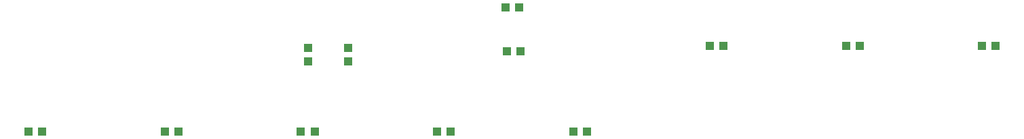
<source format=gtp>
G04 #@! TF.GenerationSoftware,KiCad,Pcbnew,7.0.8*
G04 #@! TF.CreationDate,2024-09-22T21:35:00-04:00*
G04 #@! TF.ProjectId,lichen-freddie-board,6c696368-656e-42d6-9672-65646469652d,1.0*
G04 #@! TF.SameCoordinates,Original*
G04 #@! TF.FileFunction,Paste,Top*
G04 #@! TF.FilePolarity,Positive*
%FSLAX46Y46*%
G04 Gerber Fmt 4.6, Leading zero omitted, Abs format (unit mm)*
G04 Created by KiCad (PCBNEW 7.0.8) date 2024-09-22 21:35:00*
%MOMM*%
%LPD*%
G01*
G04 APERTURE LIST*
%ADD10R,1.000000X1.000000*%
G04 APERTURE END LIST*
D10*
X170290000Y-118960000D03*
X171990000Y-118960000D03*
X212600000Y-118267000D03*
X214300000Y-118267000D03*
X178600000Y-129069000D03*
X180300000Y-129069000D03*
X195600000Y-118267000D03*
X197300000Y-118267000D03*
X229600000Y-118267000D03*
X231300000Y-118267000D03*
X145530000Y-120290000D03*
X145530000Y-118590000D03*
X150510000Y-118590000D03*
X150510000Y-120290000D03*
X163300000Y-129069000D03*
X161600000Y-129069000D03*
X112300000Y-129069000D03*
X110600000Y-129069000D03*
X170130000Y-113470000D03*
X171830000Y-113470000D03*
X129300000Y-129069000D03*
X127600000Y-129069000D03*
X146300000Y-129069000D03*
X144600000Y-129069000D03*
M02*

</source>
